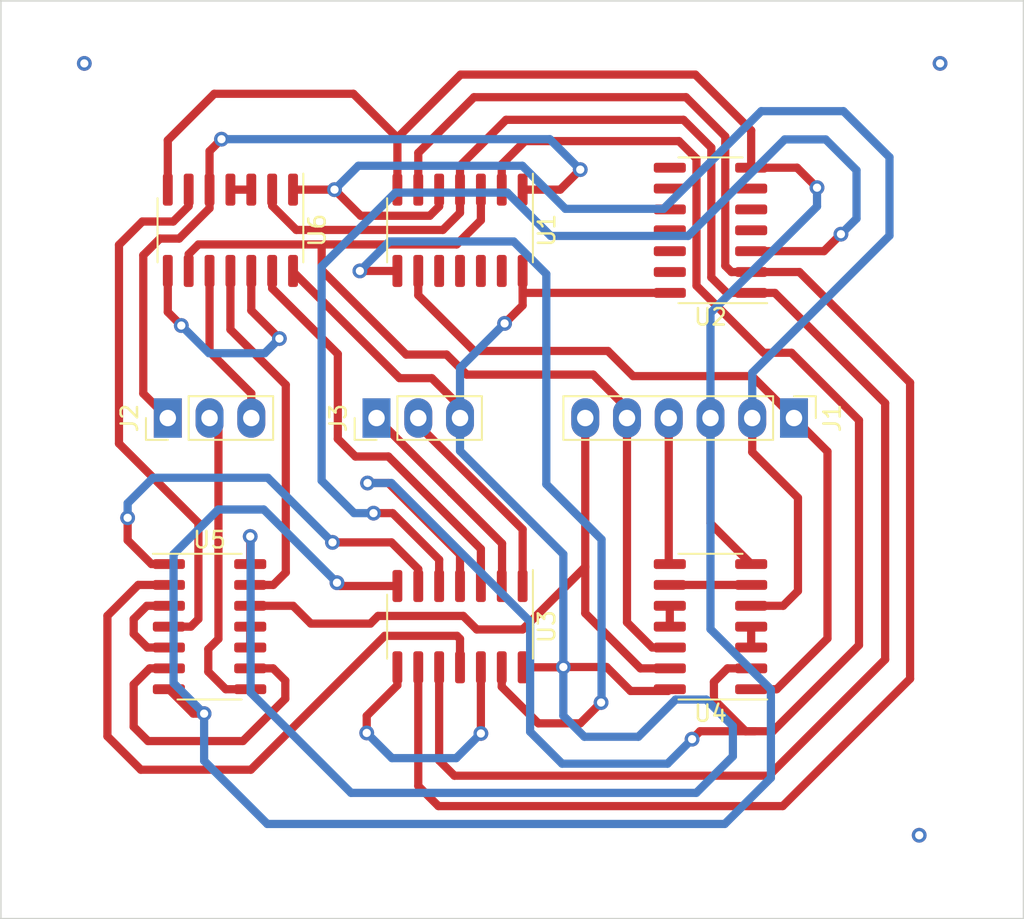
<source format=kicad_pcb>
(kicad_pcb (version 20211014) (generator pcbnew)
  (layers (0 "F.Cu" signal) (31 "B.Cu" signal) (34 "B.Paste" user) (35 "F.Paste" user) (36 "B.SilkS" user "B.Silkscreen") (37 "F.SilkS" user "F.Silkscreen") (38 "B.Mask" user) (39 "F.Mask" user) (44 "Edge.Cuts" user))
  (net 0 "")
  (net 1 "+5V")
  (net 2 "A15")
  (net 3 "A14")
  (net 4 "A13")
  (net 5 "MREQ")
  (net 6 "RD")
  (net 7 "WR")
  (net 8 "ROM_EN")
  (net 9 "HIMEM_ON")
  (net 10 "ROM_CS")
  (net 11 "RAM_CS")
  (net 12 "GND")
  (net 13 "Net-(U1-Pad2)")
  (net 14 "Net-(U1-Pad4)")
  (net 15 "Net-(U1-Pad6)")
  (net 16 "Net-(U1-Pad8)")
  (net 21 "Net-(U2-Pad3)")
  (net 31 "Net-(U3-Pad3)")
  (net 32 "Net-(U3-Pad6)")
  (net 33 "Net-(U3-Pad12)")
  (net 34 "Net-(U3-Pad11)")
  (net 35 "Net-(U4-Pad3)")
  (net 36 "Net-(U4-Pad6)")
  (net 37 "Net-(U4-Pad10)")
  (net 38 "Net-(U5-Pad3)")
  (net 39 "Net-(U5-Pad4)")
  (net 40 "Net-(U5-Pad6)")
  (net 41 "Net-(U5-Pad10)")
  (net 42 "Net-(U5-Pad13)")
  (net 43 "Net-(U6-Pad3)")
  (net 44 "Net-(U6-Pad12)")
  (footprint "Package_SO:SO-14_3.9x8.65mm_P1.27mm" (layer "F.Cu") (at 149.86 55.88 -90)
    (fp_text reference "U1" (at 0 -5.28 90) (layer "F.SilkS"))
    (fp_text value "74LS04")
    (fp_line (start 0 -4.435) (end -3.45 -4.435) (layer "F.SilkS") (width 0.12))
    (fp_line (start 0 4.435) (end 1.95 4.435) (layer "F.SilkS") (width 0.12))
    (fp_line (start 0 -4.435) (end 1.95 -4.435) (layer "F.SilkS") (width 0.12))
    (fp_line (start 0 4.435) (end -1.95 4.435) (layer "F.SilkS") (width 0.12))
    (pad "1" smd roundrect (at -2.475 -3.81 270) (size 1.95 0.6) (layers "F.Cu" "F.Paste" "F.Mask") (net 7 "WR"))
    (pad "2" smd roundrect (at -2.475 -2.54 270) (size 1.95 0.6) (layers "F.Cu" "F.Paste" "F.Mask") (net 13 "Net-(U1-Pad2)"))
    (pad "3" smd roundrect (at -2.475 -1.27 270) (size 1.95 0.6) (layers "F.Cu" "F.Paste" "F.Mask") (net 2 "A15"))
    (pad "4" smd roundrect (at -2.475 0 270) (size 1.95 0.6) (layers "F.Cu" "F.Paste" "F.Mask") (net 14 "Net-(U1-Pad4)"))
    (pad "5" smd roundrect (at -2.475 1.27 270) (size 1.95 0.6) (layers "F.Cu" "F.Paste" "F.Mask") (net 6 "RD"))
    (pad "6" smd roundrect (at -2.475 2.54 270) (size 1.95 0.6) (layers "F.Cu" "F.Paste" "F.Mask") (net 15 "Net-(U1-Pad6)"))
    (pad "7" smd roundrect (at -2.475 3.81 270) (size 1.95 0.6) (layers "F.Cu" "F.Paste" "F.Mask") (net 12 "GND"))
    (pad "8" smd roundrect (at 2.475 3.81 270) (size 1.95 0.6) (layers "F.Cu" "F.Paste" "F.Mask") (net 16 "Net-(U1-Pad8)"))
    (pad "9" smd roundrect (at 2.475 2.54 270) (size 1.95 0.6) (layers "F.Cu" "F.Paste" "F.Mask") (net 8 "ROM_EN"))
    (pad "10" smd roundrect (at 2.475 1.27 270) (size 1.95 0.6) (layers "F.Cu" "F.Paste" "F.Mask"))
    (pad "11" smd roundrect (at 2.475 0 270) (size 1.95 0.6) (layers "F.Cu" "F.Paste" "F.Mask"))
    (pad "12" smd roundrect (at 2.475 -1.27 270) (size 1.95 0.6) (layers "F.Cu" "F.Paste" "F.Mask"))
    (pad "13" smd roundrect (at 2.475 -2.54 270) (size 1.95 0.6) (layers "F.Cu" "F.Paste" "F.Mask"))
    (pad "14" smd roundrect (at 2.475 -3.81 270) (size 1.95 0.6) (layers "F.Cu" "F.Paste" "F.Mask") (net 1 "+5V"))
  )
  (footprint "Package_SO:SO-14_3.9x8.65mm_P1.27mm" (layer "F.Cu") (at 149.86 80.01 -90)
    (fp_text reference "U3" (at 0 -5.28 90) (layer "F.SilkS"))
    (fp_text value "74LS08")
    (fp_line (start 0 4.435) (end 1.95 4.435) (layer "F.SilkS") (width 0.12))
    (fp_line (start 0 -4.435) (end 1.95 -4.435) (layer "F.SilkS") (width 0.12))
    (fp_line (start 0 4.435) (end -1.95 4.435) (layer "F.SilkS") (width 0.12))
    (fp_line (start 0 -4.435) (end -3.45 -4.435) (layer "F.SilkS") (width 0.12))
    (pad "1" smd roundrect (at -2.475 -3.81 270) (size 1.95 0.6) (layers "F.Cu" "F.Paste" "F.Mask") (net 4 "A13"))
    (pad "2" smd roundrect (at -2.475 -2.54 270) (size 1.95 0.6) (layers "F.Cu" "F.Paste" "F.Mask") (net 9 "HIMEM_ON"))
    (pad "3" smd roundrect (at -2.475 -1.27 270) (size 1.95 0.6) (layers "F.Cu" "F.Paste" "F.Mask") (net 31 "Net-(U3-Pad3)"))
    (pad "4" smd roundrect (at -2.475 0 270) (size 1.95 0.6) (layers "F.Cu" "F.Paste" "F.Mask") (net 13 "Net-(U1-Pad2)"))
    (pad "5" smd roundrect (at -2.475 1.27 270) (size 1.95 0.6) (layers "F.Cu" "F.Paste" "F.Mask") (net 21 "Net-(U2-Pad3)"))
    (pad "6" smd roundrect (at -2.475 2.54 270) (size 1.95 0.6) (layers "F.Cu" "F.Paste" "F.Mask") (net 32 "Net-(U3-Pad6)"))
    (pad "7" smd roundrect (at -2.475 3.81 270) (size 1.95 0.6) (layers "F.Cu" "F.Paste" "F.Mask") (net 12 "GND"))
    (pad "8" smd roundrect (at 2.475 3.81 270) (size 1.95 0.6) (layers "F.Cu" "F.Paste" "F.Mask") (net 33 "Net-(U3-Pad12)"))
    (pad "9" smd roundrect (at 2.475 2.54 270) (size 1.95 0.6) (layers "F.Cu" "F.Paste" "F.Mask") (net 15 "Net-(U1-Pad6)"))
    (pad "10" smd roundrect (at 2.475 1.27 270) (size 1.95 0.6) (layers "F.Cu" "F.Paste" "F.Mask") (net 14 "Net-(U1-Pad4)"))
    (pad "11" smd roundrect (at 2.475 0 270) (size 1.95 0.6) (layers "F.Cu" "F.Paste" "F.Mask") (net 34 "Net-(U3-Pad11)"))
    (pad "12" smd roundrect (at 2.475 -1.27 270) (size 1.95 0.6) (layers "F.Cu" "F.Paste" "F.Mask") (net 33 "Net-(U3-Pad12)"))
    (pad "13" smd roundrect (at 2.475 -2.54 270) (size 1.95 0.6) (layers "F.Cu" "F.Paste" "F.Mask") (net 16 "Net-(U1-Pad8)"))
    (pad "14" smd roundrect (at 2.475 -3.81 270) (size 1.95 0.6) (layers "F.Cu" "F.Paste" "F.Mask") (net 1 "+5V"))
  )
  (footprint "Package_SO:SO-14_3.9x8.65mm_P1.27mm" (layer "F.Cu") (at 134.62 80.01)
    (fp_text reference "U5" (at 0 -5.28) (layer "F.SilkS"))
    (fp_text value "74LS32")
    (fp_line (start 0 -4.435) (end -3.45 -4.435) (layer "F.SilkS") (width 0.12))
    (fp_line (start 0 4.435) (end 1.95 4.435) (layer "F.SilkS") (width 0.12))
    (fp_line (start 0 -4.435) (end 1.95 -4.435) (layer "F.SilkS") (width 0.12))
    (fp_line (start 0 4.435) (end -1.95 4.435) (layer "F.SilkS") (width 0.12))
    (pad "1" smd roundrect (at -2.475 -3.81) (size 1.95 0.6) (layers "F.Cu" "F.Paste" "F.Mask") (net 32 "Net-(U3-Pad6)"))
    (pad "2" smd roundrect (at -2.475 -2.54) (size 1.95 0.6) (layers "F.Cu" "F.Paste" "F.Mask") (net 34 "Net-(U3-Pad11)"))
    (pad "3" smd roundrect (at -2.475 -1.27) (size 1.95 0.6) (layers "F.Cu" "F.Paste" "F.Mask") (net 38 "Net-(U5-Pad3)"))
    (pad "4" smd roundrect (at -2.475 0) (size 1.95 0.6) (layers "F.Cu" "F.Paste" "F.Mask") (net 39 "Net-(U5-Pad4)"))
    (pad "5" smd roundrect (at -2.475 1.27) (size 1.95 0.6) (layers "F.Cu" "F.Paste" "F.Mask") (net 38 "Net-(U5-Pad3)"))
    (pad "6" smd roundrect (at -2.475 2.54) (size 1.95 0.6) (layers "F.Cu" "F.Paste" "F.Mask") (net 40 "Net-(U5-Pad6)"))
    (pad "7" smd roundrect (at -2.475 3.81) (size 1.95 0.6) (layers "F.Cu" "F.Paste" "F.Mask") (net 12 "GND"))
    (pad "8" smd roundrect (at 2.475 3.81) (size 1.95 0.6) (layers "F.Cu" "F.Paste" "F.Mask") (net 11 "RAM_CS"))
    (pad "9" smd roundrect (at 2.475 2.54) (size 1.95 0.6) (layers "F.Cu" "F.Paste" "F.Mask") (net 40 "Net-(U5-Pad6)"))
    (pad "10" smd roundrect (at 2.475 1.27) (size 1.95 0.6) (layers "F.Cu" "F.Paste" "F.Mask") (net 41 "Net-(U5-Pad10)"))
    (pad "11" smd roundrect (at 2.475 0) (size 1.95 0.6) (layers "F.Cu" "F.Paste" "F.Mask") (net 41 "Net-(U5-Pad10)"))
    (pad "12" smd roundrect (at 2.475 -1.27) (size 1.95 0.6) (layers "F.Cu" "F.Paste" "F.Mask") (net 5 "MREQ"))
    (pad "13" smd roundrect (at 2.475 -2.54) (size 1.95 0.6) (layers "F.Cu" "F.Paste" "F.Mask") (net 42 "Net-(U5-Pad13)"))
    (pad "14" smd roundrect (at 2.475 -3.81) (size 1.95 0.6) (layers "F.Cu" "F.Paste" "F.Mask") (net 1 "+5V"))
  )
  (footprint "Connector_PinHeader_2.54mm:PinHeader_1x03_P2.54mm_Vertical" (layer "F.Cu") (at 132.08 67.31 90)
    (fp_text reference "J2" (at 0 -2.33 90) (layer "F.SilkS"))
    (fp_text value "Conn_01x03_Male")
    (fp_line (start -1.33 1.27) (end 1.33 1.27) (layer "F.SilkS") (width 0.12))
    (fp_line (start 1.33 1.27) (end 1.33 6.41) (layer "F.SilkS") (width 0.12))
    (fp_line (start -1.33 1.27) (end -1.33 6.41) (layer "F.SilkS") (width 0.12))
    (fp_line (start -1.33 -1.33) (end 0 -1.33) (layer "F.SilkS") (width 0.12))
    (fp_line (start -1.33 6.41) (end 1.33 6.41) (layer "F.SilkS") (width 0.12))
    (fp_line (start -1.33 0) (end -1.33 -1.33) (layer "F.SilkS") (width 0.12))
    (pad "1" thru_hole rect (at 0 0 90) (size 2.4 1.7) (drill 1) (layers *.Cu *.Mask) (net 7 "WR"))
    (pad "2" thru_hole oval (at 0 2.54 90) (size 2.4 1.7) (drill 1) (layers *.Cu *.Mask) (net 11 "RAM_CS"))
    (pad "3" thru_hole oval (at 0 5.08 90) (size 2.4 1.7) (drill 1) (layers *.Cu *.Mask) (net 3 "A14"))
  )
  (footprint "Connector_PinHeader_2.54mm:PinHeader_1x06_P2.54mm_Vertical" (layer "F.Cu") (at 170.18 67.31 -90)
    (fp_text reference "J1" (at 0 -2.33 -90) (layer "F.SilkS"))
    (fp_text value "Conn_01x06_Male")
    (fp_line (start -1.33 14.03) (end 1.33 14.03) (layer "F.SilkS") (width 0.12))
    (fp_line (start 1.33 1.27) (end 1.33 14.03) (layer "F.SilkS") (width 0.12))
    (fp_line (start -1.33 0) (end -1.33 -1.33) (layer "F.SilkS") (width 0.12))
    (fp_line (start -1.33 -1.33) (end 0 -1.33) (layer "F.SilkS") (width 0.12))
    (fp_line (start -1.33 1.27) (end 1.33 1.27) (layer "F.SilkS") (width 0.12))
    (fp_line (start -1.33 1.27) (end -1.33 14.03) (layer "F.SilkS") (width 0.12))
    (pad "1" thru_hole rect (at 0 0 270) (size 2.4 1.7) (drill 1) (layers *.Cu *.Mask) (net 8 "ROM_EN"))
    (pad "2" thru_hole oval (at 0 2.54 270) (size 2.4 1.7) (drill 1) (layers *.Cu *.Mask) (net 6 "RD"))
    (pad "3" thru_hole oval (at 0 5.08 270) (size 2.4 1.7) (drill 1) (layers *.Cu *.Mask) (net 12 "GND"))
    (pad "4" thru_hole oval (at 0 7.62 270) (size 2.4 1.7) (drill 1) (layers *.Cu *.Mask) (net 10 "ROM_CS"))
    (pad "5" thru_hole oval (at 0 10.16 270) (size 2.4 1.7) (drill 1) (layers *.Cu *.Mask) (net 2 "A15"))
    (pad "6" thru_hole oval (at 0 12.7 270) (size 2.4 1.7) (drill 1) (layers *.Cu *.Mask) (net 5 "MREQ"))
  )
  (footprint "Package_SO:SO-14_3.9x8.65mm_P1.27mm" (layer "F.Cu") (at 165.1 80.01 180)
    (fp_text reference "U4" (at 0 -5.28) (layer "F.SilkS"))
    (fp_text value "74LS32")
    (fp_line (start 0 4.435) (end 1.95 4.435) (layer "F.SilkS") (width 0.12))
    (fp_line (start 0 -4.435) (end -3.45 -4.435) (layer "F.SilkS") (width 0.12))
    (fp_line (start 0 -4.435) (end 1.95 -4.435) (layer "F.SilkS") (width 0.12))
    (fp_line (start 0 4.435) (end -1.95 4.435) (layer "F.SilkS") (width 0.12))
    (pad "1" smd roundrect (at -2.475 -3.81 180) (size 1.95 0.6) (layers "F.Cu" "F.Paste" "F.Mask") (net 8 "ROM_EN"))
    (pad "2" smd roundrect (at -2.475 -2.54 180) (size 1.95 0.6) (layers "F.Cu" "F.Paste" "F.Mask") (net 13 "Net-(U1-Pad2)"))
    (pad "3" smd roundrect (at -2.475 -1.27 180) (size 1.95 0.6) (layers "F.Cu" "F.Paste" "F.Mask") (net 35 "Net-(U4-Pad3)"))
    (pad "4" smd roundrect (at -2.475 0 180) (size 1.95 0.6) (layers "F.Cu" "F.Paste" "F.Mask") (net 35 "Net-(U4-Pad3)"))
    (pad "5" smd roundrect (at -2.475 1.27 180) (size 1.95 0.6) (layers "F.Cu" "F.Paste" "F.Mask") (net 6 "RD"))
    (pad "6" smd roundrect (at -2.475 2.54 180) (size 1.95 0.6) (layers "F.Cu" "F.Paste" "F.Mask") (net 36 "Net-(U4-Pad6)"))
    (pad "7" smd roundrect (at -2.475 3.81 180) (size 1.95 0.6) (layers "F.Cu" "F.Paste" "F.Mask") (net 12 "GND"))
    (pad "8" smd roundrect (at 2.475 3.81 180) (size 1.95 0.6) (layers "F.Cu" "F.Paste" "F.Mask") (net 10 "ROM_CS"))
    (pad "9" smd roundrect (at 2.475 2.54 180) (size 1.95 0.6) (layers "F.Cu" "F.Paste" "F.Mask") (net 36 "Net-(U4-Pad6)"))
    (pad "10" smd roundrect (at 2.475 1.27 180) (size 1.95 0.6) (layers "F.Cu" "F.Paste" "F.Mask") (net 37 "Net-(U4-Pad10)"))
    (pad "11" smd roundrect (at 2.475 0 180) (size 1.95 0.6) (layers "F.Cu" "F.Paste" "F.Mask") (net 37 "Net-(U4-Pad10)"))
    (pad "12" smd roundrect (at 2.475 -1.27 180) (size 1.95 0.6) (layers "F.Cu" "F.Paste" "F.Mask") (net 2 "A15"))
    (pad "13" smd roundrect (at 2.475 -2.54 180) (size 1.95 0.6) (layers "F.Cu" "F.Paste" "F.Mask") (net 5 "MREQ"))
    (pad "14" smd roundrect (at 2.475 -3.81 180) (size 1.95 0.6) (layers "F.Cu" "F.Paste" "F.Mask") (net 1 "+5V"))
  )
  (footprint "Package_SO:SO-14_3.9x8.65mm_P1.27mm" (layer "F.Cu") (at 165.1 55.88 180)
    (fp_text reference "U2" (at 0 -5.28) (layer "F.SilkS"))
    (fp_text value "74LS08")
    (fp_line (start 0 4.435) (end -1.95 4.435) (layer "F.SilkS") (width 0.12))
    (fp_line (start 0 4.435) (end 1.95 4.435) (layer "F.SilkS") (width 0.12))
    (fp_line (start 0 -4.435) (end -3.45 -4.435) (layer "F.SilkS") (width 0.12))
    (fp_line (start 0 -4.435) (end 1.95 -4.435) (layer "F.SilkS") (width 0.12))
    (pad "1" smd roundrect (at -2.475 -3.81 180) (size 1.95 0.6) (layers "F.Cu" "F.Paste" "F.Mask") (net 14 "Net-(U1-Pad4)"))
    (pad "2" smd roundrect (at -2.475 -2.54 180) (size 1.95 0.6) (layers "F.Cu" "F.Paste" "F.Mask") (net 15 "Net-(U1-Pad6)"))
    (pad "3" smd roundrect (at -2.475 -1.27 180) (size 1.95 0.6) (layers "F.Cu" "F.Paste" "F.Mask") (net 21 "Net-(U2-Pad3)"))
    (pad "4" smd roundrect (at -2.475 0 180) (size 1.95 0.6) (layers "F.Cu" "F.Paste" "F.Mask"))
    (pad "5" smd roundrect (at -2.475 1.27 180) (size 1.95 0.6) (layers "F.Cu" "F.Paste" "F.Mask"))
    (pad "6" smd roundrect (at -2.475 2.54 180) (size 1.95 0.6) (layers "F.Cu" "F.Paste" "F.Mask"))
    (pad "7" smd roundrect (at -2.475 3.81 180) (size 1.95 0.6) (layers "F.Cu" "F.Paste" "F.Mask") (net 12 "GND"))
    (pad "8" smd roundrect (at 2.475 3.81 180) (size 1.95 0.6) (layers "F.Cu" "F.Paste" "F.Mask"))
    (pad "9" smd roundrect (at 2.475 2.54 180) (size 1.95 0.6) (layers "F.Cu" "F.Paste" "F.Mask"))
    (pad "10" smd roundrect (at 2.475 1.27 180) (size 1.95 0.6) (layers "F.Cu" "F.Paste" "F.Mask"))
    (pad "11" smd roundrect (at 2.475 0 180) (size 1.95 0.6) (layers "F.Cu" "F.Paste" "F.Mask"))
    (pad "12" smd roundrect (at 2.475 -1.27 180) (size 1.95 0.6) (layers "F.Cu" "F.Paste" "F.Mask"))
    (pad "13" smd roundrect (at 2.475 -2.54 180) (size 1.95 0.6) (layers "F.Cu" "F.Paste" "F.Mask"))
    (pad "14" smd roundrect (at 2.475 -3.81 180) (size 1.95 0.6) (layers "F.Cu" "F.Paste" "F.Mask") (net 1 "+5V"))
  )
  (footprint "Package_SO:SO-14_3.9x8.65mm_P1.27mm" (layer "F.Cu") (at 135.89 55.88 -90)
    (fp_text reference "U6" (at 0 -5.28 90) (layer "F.SilkS"))
    (fp_text value "74LS08")
    (fp_line (start 0 4.435) (end -1.95 4.435) (layer "F.SilkS") (width 0.12))
    (fp_line (start 0 -4.435) (end 1.95 -4.435) (layer "F.SilkS") (width 0.12))
    (fp_line (start 0 4.435) (end 1.95 4.435) (layer "F.SilkS") (width 0.12))
    (fp_line (start 0 -4.435) (end -3.45 -4.435) (layer "F.SilkS") (width 0.12))
    (pad "1" smd roundrect (at -2.475 -3.81 270) (size 1.95 0.6) (layers "F.Cu" "F.Paste" "F.Mask") (net 6 "RD"))
    (pad "2" smd roundrect (at -2.475 -2.54 270) (size 1.95 0.6) (layers "F.Cu" "F.Paste" "F.Mask") (net 14 "Net-(U1-Pad4)"))
    (pad "3" smd roundrect (at -2.475 -1.27 270) (size 1.95 0.6) (layers "F.Cu" "F.Paste" "F.Mask") (net 43 "Net-(U6-Pad3)"))
    (pad "4" smd roundrect (at -2.475 0 270) (size 1.95 0.6) (layers "F.Cu" "F.Paste" "F.Mask") (net 43 "Net-(U6-Pad3)"))
    (pad "5" smd roundrect (at -2.475 1.27 270) (size 1.95 0.6) (layers "F.Cu" "F.Paste" "F.Mask") (net 7 "WR"))
    (pad "6" smd roundrect (at -2.475 2.54 270) (size 1.95 0.6) (layers "F.Cu" "F.Paste" "F.Mask") (net 39 "Net-(U5-Pad4)"))
    (pad "7" smd roundrect (at -2.475 3.81 270) (size 1.95 0.6) (layers "F.Cu" "F.Paste" "F.Mask") (net 12 "GND"))
    (pad "8" smd roundrect (at 2.475 3.81 270) (size 1.95 0.6) (layers "F.Cu" "F.Paste" "F.Mask") (net 44 "Net-(U6-Pad12)"))
    (pad "9" smd roundrect (at 2.475 2.54 270) (size 1.95 0.6) (layers "F.Cu" "F.Paste" "F.Mask") (net 2 "A15"))
    (pad "10" smd roundrect (at 2.475 1.27 270) (size 1.95 0.6) (layers "F.Cu" "F.Paste" "F.Mask") (net 3 "A14"))
    (pad "11" smd roundrect (at 2.475 0 270) (size 1.95 0.6) (layers "F.Cu" "F.Paste" "F.Mask") (net 42 "Net-(U5-Pad13)"))
    (pad "12" smd roundrect (at 2.475 -1.27 270) (size 1.95 0.6) (layers "F.Cu" "F.Paste" "F.Mask") (net 44 "Net-(U6-Pad12)"))
    (pad "13" smd roundrect (at 2.475 -2.54 270) (size 1.95 0.6) (layers "F.Cu" "F.Paste" "F.Mask") (net 31 "Net-(U3-Pad3)"))
    (pad "14" smd roundrect (at 2.475 -3.81 270) (size 1.95 0.6) (layers "F.Cu" "F.Paste" "F.Mask") (net 1 "+5V"))
  )
  (footprint "Connector_PinHeader_2.54mm:PinHeader_1x03_P2.54mm_Vertical" (layer "F.Cu") (at 144.78 67.31 90)
    (fp_text reference "J3" (at 0 -2.33 90) (layer "F.SilkS"))
    (fp_text value "Conn_01x03_Male")
    (fp_line (start -1.33 6.41) (end 1.33 6.41) (layer "F.SilkS") (width 0.12))
    (fp_line (start 1.33 1.27) (end 1.33 6.41) (layer "F.SilkS") (width 0.12))
    (fp_line (start -1.33 -1.33) (end 0 -1.33) (layer "F.SilkS") (width 0.12))
    (fp_line (start -1.33 1.27) (end 1.33 1.27) (layer "F.SilkS") (width 0.12))
    (fp_line (start -1.33 0) (end -1.33 -1.33) (layer "F.SilkS") (width 0.12))
    (fp_line (start -1.33 1.27) (end -1.33 6.41) (layer "F.SilkS") (width 0.12))
    (pad "1" thru_hole rect (at 0 0 90) (size 2.4 1.7) (drill 1) (layers *.Cu *.Mask) (net 9 "HIMEM_ON"))
    (pad "2" thru_hole oval (at 0 2.54 90) (size 2.4 1.7) (drill 1) (layers *.Cu *.Mask) (net 4 "A13"))
    (pad "3" thru_hole oval (at 0 5.08 90) (size 2.4 1.7) (drill 1) (layers *.Cu *.Mask) (net 1 "+5V"))
  )
  (gr_rect (start 121.92 41.91) (end 184.15 97.79) (layer "Edge.Cuts") (width 0.1) (fill none))
  (via (at 179.07 45.72) (size 0.9) (drill 0.5) (layers "F.Cu" "B.Cu") (net 0))
  (via locked (at 127 45.72) (size 0.9) (drill 0.5) (layers "F.Cu" "B.Cu") (net 0))
  (via (at 177.8 92.71) (size 0.9) (drill 0.5) (layers "F.Cu" "B.Cu") (net 0))
  (segment (start 148.144374 64.884201) (end 149.86 66.599827) (width 0.5) (layer "F.Cu") (net 1))
  (segment (start 160.237754 83.926959) (end 162.518041 83.926959) (width 0.5) (layer "F.Cu") (net 1))
  (segment (start 156.130359 82.485) (end 153.67 82.485) (width 0.5) (layer "F.Cu") (net 1))
  (segment (start 153.668517 59.656051) (end 153.702466 59.69) (width 0.5) (layer "F.Cu") (net 1))
  (segment (start 153.67 60.452609) (end 153.67 58.355) (width 0.5) (layer "F.Cu") (net 1))
  (segment (start 156.147168 82.468191) (end 156.130359 82.485) (width 0.5) (layer "F.Cu") (net 1))
  (segment (start 162.518041 83.926959) (end 162.625 83.82) (width 0.5) (layer "F.Cu") (net 1))
  (segment (start 152.573334 61.549275) (end 153.67 60.452609) (width 0.5) (layer "F.Cu") (net 1))
  (segment (start 153.702466 59.69) (end 162.625 59.69) (width 0.5) (layer "F.Cu") (net 1))
  (segment (start 153.668517 58.356483) (end 153.668517 59.656051) (width 0.5) (layer "F.Cu") (net 1))
  (segment (start 158.778986 82.468191) (end 160.237754 83.926959) (width 0.5) (layer "F.Cu") (net 1))
  (segment (start 139.7 58.400241) (end 146.18396 64.884201) (width 0.5) (layer "F.Cu") (net 1))
  (segment (start 156.147168 82.468191) (end 158.778986 82.468191) (width 0.5) (layer "F.Cu") (net 1))
  (segment (start 139.7 58.355) (end 139.7 58.400241) (width 0.5) (layer "F.Cu") (net 1))
  (segment (start 149.86 66.599827) (end 149.86 67.31) (width 0.5) (layer "F.Cu") (net 1))
  (segment (start 146.18396 64.884201) (end 148.144374 64.884201) (width 0.5) (layer "F.Cu") (net 1))
  (segment (start 153.67 58.355) (end 153.668517 58.356483) (width 0.5) (layer "F.Cu") (net 1))
  (segment (start 137.095 74.518857) (end 137.095 76.2) (width 0.5) (layer "F.Cu") (net 1))
  (via (at 137.095 74.518857) (size 0.9) (drill 0.5) (layers "F.Cu" "B.Cu") (net 1))
  (via (at 152.573334 61.549275) (size 0.9) (drill 0.5) (layers "F.Cu" "B.Cu") (net 1))
  (via (at 156.147168 82.468191) (size 0.9) (drill 0.5) (layers "F.Cu" "B.Cu") (net 1))
  (segment (start 143.231411 90.129598) (end 137.119705 84.017892) (width 0.5) (layer "B.Cu") (net 1))
  (segment (start 164.844856 84.447721) (end 166.462846 86.065711) (width 0.5) (layer "B.Cu") (net 1))
  (segment (start 157.427406 86.713173) (end 160.712812 86.713173) (width 0.5) (layer "B.Cu") (net 1))
  (segment (start 164.235728 90.129598) (end 143.231411 90.129598) (width 0.5) (layer "B.Cu") (net 1))
  (segment (start 166.462846 87.90248) (end 164.235728 90.129598) (width 0.5) (layer "B.Cu") (net 1))
  (segment (start 162.978264 84.447721) (end 164.844856 84.447721) (width 0.5) (layer "B.Cu") (net 1))
  (segment (start 156.147168 82.468191) (end 156.147168 85.432935) (width 0.5) (layer "B.Cu") (net 1))
  (segment (start 166.462846 86.065711) (end 166.462846 87.90248) (width 0.5) (layer "B.Cu") (net 1))
  (segment (start 156.147168 75.599268) (end 149.86 69.3121) (width 0.5) (layer "B.Cu") (net 1))
  (segment (start 156.147168 85.432935) (end 157.427406 86.713173) (width 0.5) (layer "B.Cu") (net 1))
  (segment (start 152.573334 61.549275) (end 149.86 64.26261) (width 0.5) (layer "B.Cu") (net 1))
  (segment (start 149.86 64.26261) (end 149.86 67.31) (width 0.5) (layer "B.Cu") (net 1))
  (segment (start 149.86 69.3121) (end 149.86 67.31) (width 0.5) (layer "B.Cu") (net 1))
  (segment (start 156.147168 82.468191) (end 156.147168 75.599268) (width 0.5) (layer "B.Cu") (net 1))
  (segment (start 137.119705 84.017892) (end 137.119705 74.543562) (width 0.5) (layer "B.Cu") (net 1))
  (segment (start 160.712812 86.713173) (end 162.978264 84.447721) (width 0.5) (layer "B.Cu") (net 1))
  (segment (start 137.119705 74.543562) (end 137.095 74.518857) (width 0.5) (layer "B.Cu") (net 1))
  (segment (start 160.02 66.721323) (end 157.964925 64.666248) (width 0.5) (layer "F.Cu") (net 2))
  (segment (start 146.58386 63.445807) (end 141.441667 58.303614) (width 0.5) (layer "F.Cu") (net 2))
  (segment (start 151.13 53.405) (end 151.13 55.268939) (width 0.5) (layer "F.Cu") (net 2))
  (segment (start 150.263637 64.666248) (end 149.043196 63.445807) (width 0.5) (layer "F.Cu") (net 2))
  (segment (start 133.943815 56.742815) (end 133.35 57.33663) (width 0.5) (layer "F.Cu") (net 2))
  (segment (start 162.625 81.28) (end 161.552285 81.28) (width 0.5) (layer "F.Cu") (net 2))
  (segment (start 141.441667 58.303614) (end 141.441667 56.813837) (width 0.5) (layer "F.Cu") (net 2))
  (segment (start 151.13 55.268939) (end 149.656124 56.742815) (width 0.5) (layer "F.Cu") (net 2))
  (segment (start 160.02 79.747715) (end 160.02 66.721323) (width 0.5) (layer "F.Cu") (net 2))
  (segment (start 149.656124 56.742815) (end 133.943815 56.742815) (width 0.5) (layer "F.Cu") (net 2))
  (segment (start 149.043196 63.445807) (end 146.58386 63.445807) (width 0.5) (layer "F.Cu") (net 2))
  (segment (start 157.964925 64.666248) (end 150.263637 64.666248) (width 0.5) (layer "F.Cu") (net 2))
  (segment (start 133.35 57.33663) (end 133.35 58.355) (width 0.5) (layer "F.Cu") (net 2))
  (segment (start 161.552285 81.28) (end 160.02 79.747715) (width 0.5) (layer "F.Cu") (net 2))
  (segment (start 134.62 58.355) (end 134.62 63.271754) (width 0.5) (layer "F.Cu") (net 3))
  (segment (start 137.16 65.811754) (end 137.16 67.31) (width 0.5) (layer "F.Cu") (net 3))
  (segment (start 134.62 63.271754) (end 137.16 65.811754) (width 0.5) (layer "F.Cu") (net 3))
  (segment (start 147.32 67.31) (end 147.32 67.735699) (width 0.5) (layer "F.Cu") (net 4))
  (segment (start 147.32 67.735699) (end 153.67 74.085699) (width 0.5) (layer "F.Cu") (net 4))
  (segment (start 153.67 74.085699) (end 153.67 77.535) (width 0.5) (layer "F.Cu") (net 4))
  (segment (start 137.095 78.74) (end 139.7 78.74) (width 0.5) (layer "F.Cu") (net 5))
  (segment (start 157.48 79.19359) (end 160.83641 82.55) (width 0.5) (layer "F.Cu") (net 5))
  (segment (start 150.056514 79.357776) (end 150.879898 80.18116) (width 0.5) (layer "F.Cu") (net 5))
  (segment (start 140.784489 79.824489) (end 144.409285 79.824489) (width 0.5) (layer "F.Cu") (net 5))
  (segment (start 157.48 67.31) (end 157.48 76.372499) (width 0.5) (layer "F.Cu") (net 5))
  (segment (start 157.48 76.372499) (end 157.48 79.19359) (width 0.5) (layer "F.Cu") (net 5))
  (segment (start 139.7 78.74) (end 140.784489 79.824489) (width 0.5) (layer "F.Cu") (net 5))
  (segment (start 153.671339 80.18116) (end 157.48 76.372499) (width 0.5) (layer "F.Cu") (net 5))
  (segment (start 144.875998 79.357776) (end 150.056514 79.357776) (width 0.5) (layer "F.Cu") (net 5))
  (segment (start 150.879898 80.18116) (end 153.671339 80.18116) (width 0.5) (layer "F.Cu") (net 5))
  (segment (start 144.409285 79.824489) (end 144.875998 79.357776) (width 0.5) (layer "F.Cu") (net 5))
  (segment (start 160.83641 82.55) (end 162.625 82.55) (width 0.5) (layer "F.Cu") (net 5))
  (segment (start 148.018988 54.995061) (end 148.59 54.424049) (width 0.5) (layer "F.Cu") (net 6))
  (segment (start 167.64 69.382251) (end 167.64 67.31) (width 0.5) (layer "F.Cu") (net 6))
  (segment (start 148.59 54.424049) (end 148.59 53.405) (width 0.5) (layer "F.Cu") (net 6))
  (segment (start 142.222849 53.405) (end 139.7 53.405) (width 0.5) (layer "F.Cu") (net 6))
  (segment (start 170.422938 72.165189) (end 167.64 69.382251) (width 0.5) (layer "F.Cu") (net 6))
  (segment (start 143.81291 54.995061) (end 148.018988 54.995061) (width 0.5) (layer "F.Cu") (net 6))
  (segment (start 169.520383 78.74) (end 170.422938 77.837445) (width 0.5) (layer "F.Cu") (net 6))
  (segment (start 167.575 78.74) (end 169.520383 78.74) (width 0.5) (layer "F.Cu") (net 6))
  (segment (start 142.222849 53.405) (end 143.81291 54.995061) (width 0.5) (layer "F.Cu") (net 6))
  (segment (start 170.422938 77.837445) (end 170.422938 72.165189) (width 0.5) (layer "F.Cu") (net 6))
  (via (at 142.222849 53.405) (size 0.9) (drill 0.5) (layers "F.Cu" "B.Cu") (net 6))
  (segment (start 173.190467 48.627833) (end 175.992296 51.429662) (width 0.5) (layer "B.Cu") (net 6))
  (segment (start 156.274278 54.573018) (end 162.244604 54.573018) (width 0.5) (layer "B.Cu") (net 6))
  (segment (start 167.64 64.555974) (end 167.64 67.31) (width 0.5) (layer "B.Cu") (net 6))
  (segment (start 153.653478 51.952218) (end 156.274278 54.573018) (width 0.5) (layer "B.Cu") (net 6))
  (segment (start 142.222849 53.405) (end 143.675631 51.952218) (width 0.5) (layer "B.Cu") (net 6))
  (segment (start 175.992296 51.429662) (end 175.992296 56.203678) (width 0.5) (layer "B.Cu") (net 6))
  (segment (start 168.189789 48.627833) (end 173.190467 48.627833) (width 0.5) (layer "B.Cu") (net 6))
  (segment (start 175.992296 56.203678) (end 167.64 64.555974) (width 0.5) (layer "B.Cu") (net 6))
  (segment (start 143.675631 51.952218) (end 153.653478 51.952218) (width 0.5) (layer "B.Cu") (net 6))
  (segment (start 162.244604 54.573018) (end 168.189789 48.627833) (width 0.5) (layer "B.Cu") (net 6))
  (segment (start 132.770794 56.385224) (end 131.601231 56.385224) (width 0.5) (layer "F.Cu") (net 7))
  (segment (start 130.588056 57.398399) (end 130.588056 65.818056) (width 0.5) (layer "F.Cu") (net 7))
  (segment (start 157.176004 52.18623) (end 155.957234 53.405) (width 0.5) (layer "F.Cu") (net 7))
  (segment (start 134.62 54.536018) (end 132.770794 56.385224) (width 0.5) (layer "F.Cu") (net 7))
  (segment (start 134.62 53.405) (end 134.62 51.060657) (width 0.5) (layer "F.Cu") (net 7))
  (segment (start 155.957234 53.405) (end 153.67 53.405) (width 0.5) (layer "F.Cu") (net 7))
  (segment (start 130.588056 65.818056) (end 132.08 67.31) (width 0.5) (layer "F.Cu") (net 7))
  (segment (start 134.62 53.405) (end 134.62 54.536018) (width 0.5) (layer "F.Cu") (net 7))
  (segment (start 131.601231 56.385224) (end 130.588056 57.398399) (width 0.5) (layer "F.Cu") (net 7))
  (segment (start 134.62 51.060657) (end 135.347449 50.333208) (width 0.5) (layer "F.Cu") (net 7))
  (via (at 157.176004 52.18623) (size 0.9) (drill 0.5) (layers "F.Cu" "B.Cu") (net 7))
  (via (at 135.347449 50.333208) (size 0.9) (drill 0.5) (layers "F.Cu" "B.Cu") (net 7))
  (segment (start 157.176004 52.18623) (end 155.322983 50.333208) (width 0.5) (layer "B.Cu") (net 7))
  (segment (start 155.322983 50.333208) (end 135.347449 50.333208) (width 0.5) (layer "B.Cu") (net 7))
  (segment (start 160.390329 64.758077) (end 167.628077 64.758077) (width 0.5) (layer "F.Cu") (net 8))
  (segment (start 167.575 83.82) (end 169.12743 83.82) (width 0.5) (layer "F.Cu") (net 8))
  (segment (start 147.32 58.355) (end 147.32 59.832609) (width 0.5) (layer "F.Cu") (net 8))
  (segment (start 150.712735 63.225344) (end 158.857596 63.225344) (width 0.5) (layer "F.Cu") (net 8))
  (segment (start 167.628077 64.758077) (end 170.18 67.31) (width 0.5) (layer "F.Cu") (net 8))
  (segment (start 147.32 59.832609) (end 150.712735 63.225344) (width 0.5) (layer "F.Cu") (net 8))
  (segment (start 169.12743 83.82) (end 172.2194 80.72803) (width 0.5) (layer "F.Cu") (net 8))
  (segment (start 158.857596 63.225344) (end 160.390329 64.758077) (width 0.5) (layer "F.Cu") (net 8))
  (segment (start 172.2194 80.72803) (end 172.2194 69.3494) (width 0.5) (layer "F.Cu") (net 8))
  (segment (start 172.2194 69.3494) (end 170.18 67.31) (width 0.5) (layer "F.Cu") (net 8))
  (segment (start 152.418088 77.516912) (end 152.4 77.535) (width 0.5) (layer "F.Cu") (net 9))
  (segment (start 149.31763 71.84763) (end 149.31763 71.849694) (width 0.5) (layer "F.Cu") (net 9))
  (segment (start 152.418088 74.950152) (end 152.418088 77.516912) (width 0.5) (layer "F.Cu") (net 9))
  (segment (start 144.78 67.31) (end 149.31763 71.84763) (width 0.5) (layer "F.Cu") (net 9))
  (segment (start 149.31763 71.849694) (end 152.418088 74.950152) (width 0.5) (layer "F.Cu") (net 9))
  (segment (start 162.625 76.2) (end 162.56 76.135) (width 0.5) (layer "F.Cu") (net 10))
  (segment (start 162.56 76.135) (end 162.56 67.31) (width 0.5) (layer "F.Cu") (net 10))
  (segment (start 134.543377 82.754328) (end 135.609049 83.82) (width 0.5) (layer "F.Cu") (net 11))
  (segment (start 134.543377 81.375116) (end 134.543377 82.754328) (width 0.5) (layer "F.Cu") (net 11))
  (segment (start 134.62 67.31) (end 135.161857 67.851857) (width 0.5) (layer "F.Cu") (net 11))
  (segment (start 135.609049 83.82) (end 137.095 83.82) (width 0.5) (layer "F.Cu") (net 11))
  (segment (start 135.161857 80.756636) (end 134.543377 81.375116) (width 0.5) (layer "F.Cu") (net 11))
  (segment (start 135.161857 67.851857) (end 135.161857 80.756636) (width 0.5) (layer "F.Cu") (net 11))
  (segment (start 134.289585 85.305556) (end 133.630556 85.305556) (width 0.5) (layer "F.Cu") (net 12))
  (segment (start 132.08 50.39668) (end 134.907781 47.568899) (width 0.5) (layer "F.Cu") (net 12))
  (segment (start 171.582614 53.28446) (end 170.368154 52.07) (width 0.5) (layer "F.Cu") (net 12))
  (segment (start 134.907781 47.568899) (end 143.371514 47.568899) (width 0.5) (layer "F.Cu") (net 12))
  (segment (start 167.575 49.797927) (end 167.575 52.07) (width 0.5) (layer "F.Cu") (net 12))
  (segment (start 165.1 67.31) (end 165.1 73.725) (width 0.5) (layer "F.Cu") (net 12))
  (segment (start 132.08 53.405) (end 132.08 50.39668) (width 0.5) (layer "F.Cu") (net 12))
  (segment (start 143.371514 47.568899) (end 146.05 50.247385) (width 0.5) (layer "F.Cu") (net 12))
  (segment (start 165.1 73.725) (end 167.575 76.2) (width 0.5) (layer "F.Cu") (net 12))
  (segment (start 170.368154 52.07) (end 167.575 52.07) (width 0.5) (layer "F.Cu") (net 12))
  (segment (start 146.05 53.405) (end 146.05 50.247385) (width 0.5) (layer "F.Cu") (net 12))
  (segment (start 142.5746 77.535) (end 146.05 77.535) (width 0.5) (layer "F.Cu") (net 12))
  (segment (start 149.896472 46.400913) (end 164.177986 46.400913) (width 0.5) (layer "F.Cu") (net 12))
  (segment (start 146.05 50.247385) (end 149.896472 46.400913) (width 0.5) (layer "F.Cu") (net 12))
  (segment (start 164.177986 46.400913) (end 167.575 49.797927) (width 0.5) (layer "F.Cu") (net 12))
  (segment (start 142.374149 77.334549) (end 142.5746 77.535) (width 0.5) (layer "F.Cu") (net 12))
  (segment (start 133.630556 85.305556) (end 132.145 83.82) (width 0.5) (layer "F.Cu") (net 12))
  (via (at 171.582614 53.28446) (size 0.9) (drill 0.5) (layers "F.Cu" "B.Cu") (net 12))
  (via (at 134.289585 85.305556) (size 0.9) (drill 0.5) (layers "F.Cu" "B.Cu") (net 12))
  (via (at 142.374149 77.334549) (size 0.9) (drill 0.5) (layers "F.Cu" "B.Cu") (net 12))
  (segment (start 134.289585 85.305556) (end 134.289585 88.175491) (width 0.5) (layer "B.Cu") (net 12))
  (segment (start 165.1 80.159789) (end 165.1 67.31) (width 0.5) (layer "B.Cu") (net 12))
  (segment (start 137.918041 72.878441) (end 135.150248 72.878441) (width 0.5) (layer "B.Cu") (net 12))
  (segment (start 132.431424 75.597265) (end 132.431424 83.447395) (width 0.5) (layer "B.Cu") (net 12))
  (segment (start 168.775961 89.214186) (end 168.775961 83.83575) (width 0.5) (layer "B.Cu") (net 12))
  (segment (start 165.967565 92.022582) (end 168.775961 89.214186) (width 0.5) (layer "B.Cu") (net 12))
  (segment (start 134.289585 88.175491) (end 138.136676 92.022582) (width 0.5) (layer "B.Cu") (net 12))
  (segment (start 142.374149 77.334549) (end 137.918041 72.878441) (width 0.5) (layer "B.Cu") (net 12))
  (segment (start 171.582614 53.28446) (end 171.582614 54.427432) (width 0.5) (layer "B.Cu") (net 12))
  (segment (start 135.150248 72.878441) (end 132.431424 75.597265) (width 0.5) (layer "B.Cu") (net 12))
  (segment (start 138.136676 92.022582) (end 165.967565 92.022582) (width 0.5) (layer "B.Cu") (net 12))
  (segment (start 132.431424 83.447395) (end 134.289585 85.305556) (width 0.5) (layer "B.Cu") (net 12))
  (segment (start 171.582614 54.427432) (end 165.1 60.910046) (width 0.5) (layer "B.Cu") (net 12))
  (segment (start 168.775961 83.83575) (end 165.1 80.159789) (width 0.5) (layer "B.Cu") (net 12))
  (segment (start 165.1 60.910046) (end 165.1 67.31) (width 0.5) (layer "B.Cu") (net 12))
  (segment (start 167.233028 86.37697) (end 165.309234 84.453176) (width 0.5) (layer "F.Cu") (net 13))
  (segment (start 153.816136 50.45026) (end 163.181366 50.45026) (width 0.5) (layer "F.Cu") (net 13))
  (segment (start 145.504057 71.266262) (end 149.86 75.622205) (width 0.5) (layer "F.Cu") (net 13))
  (segment (start 174.135705 81.136156) (end 168.894891 86.37697) (width 0.5) (layer "F.Cu") (net 13))
  (segment (start 170.027354 63.336816) (end 174.135705 67.445167) (width 0.5) (layer "F.Cu") (net 13))
  (segment (start 168.894891 86.37697) (end 167.233028 86.37697) (width 0.5) (layer "F.Cu") (net 13))
  (segment (start 163.980641 86.86044) (end 164.464416 86.376665) (width 0.5) (layer "F.Cu") (net 13))
  (segment (start 163.181366 50.45026) (end 164.248281 51.517175) (width 0.5) (layer "F.Cu") (net 13))
  (segment (start 168.330592 63.336816) (end 170.027354 63.336816) (width 0.5) (layer "F.Cu") (net 13))
  (segment (start 164.248281 51.517175) (end 164.248281 59.254505) (width 0.5) (layer "F.Cu") (net 13))
  (segment (start 164.464416 86.376665) (end 167.804562 86.376665) (width 0.5) (layer "F.Cu") (net 13))
  (segment (start 165.309234 83.375403) (end 166.134637 82.55) (width 0.5) (layer "F.Cu") (net 13))
  (segment (start 144.23344 71.266262) (end 145.504057 71.266262) (width 0.5) (layer "F.Cu") (net 13))
  (segment (start 165.309234 84.453176) (end 165.309234 83.375403) (width 0.5) (layer "F.Cu") (net 13))
  (segment (start 152.4 51.866396) (end 153.816136 50.45026) (width 0.5) (layer "F.Cu") (net 13))
  (segment (start 149.86 75.622205) (end 149.86 77.535) (width 0.5) (layer "F.Cu") (net 13))
  (segment (start 164.248281 59.254505) (end 168.330592 63.336816) (width 0.5) (layer "F.Cu") (net 13))
  (segment (start 166.134637 82.55) (end 167.575 82.55) (width 0.5) (layer "F.Cu") (net 13))
  (segment (start 152.4 53.405) (end 152.4 51.866396) (width 0.5) (layer "F.Cu") (net 13))
  (segment (start 174.135705 67.445167) (end 174.135705 81.136156) (width 0.5) (layer "F.Cu") (net 13))
  (via (at 163.980641 86.86044) (size 0.9) (drill 0.5) (layers "F.Cu" "B.Cu") (net 13))
  (via (at 144.23344 71.266262) (size 0.9) (drill 0.5) (layers "F.Cu" "B.Cu") (net 13))
  (segment (start 163.980641 86.86044) (end 162.488813 88.352268) (width 0.5) (layer "B.Cu") (net 13))
  (segment (start 162.488813 88.352268) (end 156.07197 88.352268) (width 0.5) (layer "B.Cu") (net 13))
  (segment (start 145.687231 71.266262) (end 144.23344 71.266262) (width 0.5) (layer "B.Cu") (net 13))
  (segment (start 156.07197 88.352268) (end 154.124981 86.405279) (width 0.5) (layer "B.Cu") (net 13))
  (segment (start 154.124981 79.704012) (end 145.687231 71.266262) (width 0.5) (layer "B.Cu") (net 13))
  (segment (start 154.124981 86.405279) (end 154.124981 79.704012) (width 0.5) (layer "B.Cu") (net 13))
  (segment (start 167.575 59.69) (end 169.015196 59.69) (width 0.5) (layer "F.Cu") (net 14))
  (segment (start 148.59 88.156192) (end 148.59 82.485) (width 0.5) (layer "F.Cu") (net 14))
  (segment (start 149.51854 89.084732) (end 148.59 88.156192) (width 0.5) (layer "F.Cu") (net 14))
  (segment (start 165.150209 50.847436) (end 165.150209 58.747911) (width 0.5) (layer "F.Cu") (net 14))
  (segment (start 149.86 53.405) (end 149.86 51.954356) (width 0.5) (layer "F.Cu") (net 14))
  (segment (start 138.43 54.3882) (end 139.899676 55.857876) (width 0.5) (layer "F.Cu") (net 14))
  (segment (start 175.727798 82.004981) (end 168.648047 89.084732) (width 0.5) (layer "F.Cu") (net 14))
  (segment (start 169.015196 59.69) (end 175.727798 66.402602) (width 0.5) (layer "F.Cu") (net 14))
  (segment (start 166.092298 59.69) (end 167.575 59.69) (width 0.5) (layer "F.Cu") (net 14))
  (segment (start 165.150209 58.747911) (end 166.092298 59.69) (width 0.5) (layer "F.Cu") (net 14))
  (segment (start 139.899676 55.857876) (end 148.815433 55.857876) (width 0.5) (layer "F.Cu") (net 14))
  (segment (start 148.815433 55.857876) (end 149.86 54.813309) (width 0.5) (layer "F.Cu") (net 14))
  (segment (start 149.86 54.813309) (end 149.86 53.405) (width 0.5) (layer "F.Cu") (net 14))
  (segment (start 163.457242 49.154469) (end 165.150209 50.847436) (width 0.5) (layer "F.Cu") (net 14))
  (segment (start 175.727798 66.402602) (end 175.727798 82.004981) (width 0.5) (layer "F.Cu") (net 14))
  (segment (start 138.43 53.405) (end 138.43 54.3882) (width 0.5) (layer "F.Cu") (net 14))
  (segment (start 152.659887 49.154469) (end 163.457242 49.154469) (width 0.5) (layer "F.Cu") (net 14))
  (segment (start 168.648047 89.084732) (end 149.51854 89.084732) (width 0.5) (layer "F.Cu") (net 14))
  (segment (start 149.86 51.954356) (end 152.659887 49.154469) (width 0.5) (layer "F.Cu") (net 14))
  (segment (start 148.546351 90.935129) (end 169.492845 90.935129) (width 0.5) (layer "F.Cu") (net 15))
  (segment (start 147.32 82.485) (end 147.32 89.708778) (width 0.5) (layer "F.Cu") (net 15))
  (segment (start 165.999778 58.040603) (end 166.379175 58.42) (width 0.5) (layer "F.Cu") (net 15))
  (segment (start 147.32 53.405) (end 147.32 51.167947) (width 0.5) (layer "F.Cu") (net 15))
  (segment (start 170.509001 58.42) (end 167.575 58.42) (width 0.5) (layer "F.Cu") (net 15))
  (segment (start 147.32 89.708778) (end 148.546351 90.935129) (width 0.5) (layer "F.Cu") (net 15))
  (segment (start 169.492845 90.935129) (end 177.244092 83.183882) (width 0.5) (layer "F.Cu") (net 15))
  (segment (start 163.608513 47.777691) (end 165.999778 50.168956) (width 0.5) (layer "F.Cu") (net 15))
  (segment (start 177.244092 83.183882) (end 177.244092 65.155091) (width 0.5) (layer "F.Cu") (net 15))
  (segment (start 165.999778 50.168956) (end 165.999778 58.040603) (width 0.5) (layer "F.Cu") (net 15))
  (segment (start 177.244092 65.155091) (end 170.509001 58.42) (width 0.5) (layer "F.Cu") (net 15))
  (segment (start 166.379175 58.42) (end 167.575 58.42) (width 0.5) (layer "F.Cu") (net 15))
  (segment (start 150.710256 47.777691) (end 163.608513 47.777691) (width 0.5) (layer "F.Cu") (net 15))
  (segment (start 147.32 51.167947) (end 150.710256 47.777691) (width 0.5) (layer "F.Cu") (net 15))
  (segment (start 154.625398 85.896347) (end 152.4 83.670949) (width 0.5) (layer "F.Cu") (net 16))
  (segment (start 157.176586 85.896347) (end 154.625398 85.896347) (width 0.5) (layer "F.Cu") (net 16))
  (segment (start 143.767711 58.355) (end 146.05 58.355) (width 0.5) (layer "F.Cu") (net 16))
  (segment (start 158.443498 84.629435) (end 157.176586 85.896347) (width 0.5) (layer "F.Cu") (net 16))
  (segment (start 152.4 83.670949) (end 152.4 82.485) (width 0.5) (layer "F.Cu") (net 16))
  (via (at 143.767711 58.355) (size 0.9) (drill 0.5) (layers "F.Cu" "B.Cu") (net 16))
  (via (at 158.443498 84.629435) (size 0.9) (drill 0.5) (layers "F.Cu" "B.Cu") (net 16))
  (segment (start 155.110878 71.336704) (end 158.471806 74.697632) (width 0.5) (layer "B.Cu") (net 16))
  (segment (start 155.110878 58.544988) (end 155.110878 71.336704) (width 0.5) (layer "B.Cu") (net 16))
  (segment (start 143.767711 58.355) (end 145.561388 56.561323) (width 0.5) (layer "B.Cu") (net 16))
  (segment (start 153.127213 56.561323) (end 155.110878 58.544988) (width 0.5) (layer "B.Cu") (net 16))
  (segment (start 158.471806 74.697632) (end 158.471806 84.601127) (width 0.5) (layer "B.Cu") (net 16))
  (segment (start 145.561388 56.561323) (end 153.127213 56.561323) (width 0.5) (layer "B.Cu") (net 16))
  (segment (start 158.471806 84.601127) (end 158.443498 84.629435) (width 0.5) (layer "B.Cu") (net 16))
  (segment (start 148.59 75.931229) (end 145.75943 73.100659) (width 0.5) (layer "F.Cu") (net 21))
  (segment (start 172.003221 57.15) (end 167.575 57.15) (width 0.5) (layer "F.Cu") (net 21))
  (segment (start 173.037431 56.11579) (end 172.003221 57.15) (width 0.5) (layer "F.Cu") (net 21))
  (segment (start 148.59 77.535) (end 148.59 75.931229) (width 0.5) (layer "F.Cu") (net 21))
  (segment (start 145.75943 73.100659) (end 144.596149 73.100659) (width 0.5) (layer "F.Cu") (net 21))
  (via (at 173.037431 56.11579) (size 0.9) (drill 0.5) (layers "F.Cu" "B.Cu") (net 21))
  (via (at 144.596149 73.100659) (size 0.9) (drill 0.5) (layers "F.Cu" "B.Cu") (net 21))
  (segment (start 173.037431 56.11579) (end 173.986441 55.16678) (width 0.5) (layer "B.Cu") (net 21))
  (segment (start 173.986441 52.225636) (end 172.107942 50.347137) (width 0.5) (layer "B.Cu") (net 21))
  (segment (start 152.737398 53.585825) (end 145.931417 53.585825) (width 0.5) (layer "B.Cu") (net 21))
  (segment (start 141.43924 71.120244) (end 143.419655 73.100659) (width 0.5) (layer "B.Cu") (net 21))
  (segment (start 169.619192 50.347137) (end 163.743515 56.222814) (width 0.5) (layer "B.Cu") (net 21))
  (segment (start 163.743515 56.222814) (end 155.374387 56.222814) (width 0.5) (layer "B.Cu") (net 21))
  (segment (start 145.931417 53.585825) (end 141.43924 58.078002) (width 0.5) (layer "B.Cu") (net 21))
  (segment (start 173.986441 55.16678) (end 173.986441 52.225636) (width 0.5) (layer "B.Cu") (net 21))
  (segment (start 155.374387 56.222814) (end 152.737398 53.585825) (width 0.5) (layer "B.Cu") (net 21))
  (segment (start 141.43924 58.078002) (end 141.43924 71.120244) (width 0.5) (layer "B.Cu") (net 21))
  (segment (start 143.419655 73.100659) (end 144.596149 73.100659) (width 0.5) (layer "B.Cu") (net 21))
  (segment (start 172.107942 50.347137) (end 169.619192 50.347137) (width 0.5) (layer "B.Cu") (net 21))
  (segment (start 138.43 58.355) (end 138.43 59.416231) (width 0.5) (layer "F.Cu") (net 31))
  (segment (start 142.425632 68.580325) (end 143.496428 69.651121) (width 0.5) (layer "F.Cu") (net 31))
  (segment (start 151.13 75.279586) (end 151.13 77.535) (width 0.5) (layer "F.Cu") (net 31))
  (segment (start 145.501535 69.651121) (end 151.13 75.279586) (width 0.5) (layer "F.Cu") (net 31))
  (segment (start 138.43 59.416231) (end 142.425632 63.411863) (width 0.5) (layer "F.Cu") (net 31))
  (segment (start 142.425632 63.411863) (end 142.425632 68.580325) (width 0.5) (layer "F.Cu") (net 31))
  (segment (start 143.496428 69.651121) (end 145.501535 69.651121) (width 0.5) (layer "F.Cu") (net 31))
  (segment (start 129.636212 74.749397) (end 131.086815 76.2) (width 0.5) (layer "F.Cu") (net 32))
  (segment (start 145.692029 74.881053) (end 147.32 76.509024) (width 0.5) (layer "F.Cu") (net 32))
  (segment (start 142.100368 74.881053) (end 145.692029 74.881053) (width 0.5) (layer "F.Cu") (net 32))
  (segment (start 131.086815 76.2) (end 132.145 76.2) (width 0.5) (layer "F.Cu") (net 32))
  (segment (start 147.32 76.509024) (end 147.32 77.535) (width 0.5) (layer "F.Cu") (net 32))
  (segment (start 129.636212 73.381725) (end 129.636212 74.749397) (width 0.5) (layer "F.Cu") (net 32))
  (via (at 129.636212 73.381725) (size 0.9) (drill 0.5) (layers "F.Cu" "B.Cu") (net 32))
  (via (at 142.100368 74.881053) (size 0.9) (drill 0.5) (layers "F.Cu" "B.Cu") (net 32))
  (segment (start 131.18611 70.945607) (end 138.164922 70.945607) (width 0.5) (layer "B.Cu") (net 32))
  (segment (start 138.164922 70.945607) (end 142.100368 74.881053) (width 0.5) (layer "B.Cu") (net 32))
  (segment (start 129.636212 72.495505) (end 131.18611 70.945607) (width 0.5) (layer "B.Cu") (net 32))
  (segment (start 129.636212 73.381725) (end 129.636212 72.495505) (width 0.5) (layer "B.Cu") (net 32))
  (segment (start 151.13 86.513302) (end 151.13 82.485) (width 0.5) (layer "F.Cu") (net 33))
  (segment (start 146.05 83.575286) (end 146.05 82.485) (width 0.5) (layer "F.Cu") (net 33))
  (segment (start 144.183402 86.480412) (end 144.183402 85.441884) (width 0.5) (layer "F.Cu") (net 33))
  (segment (start 144.183402 85.441884) (end 146.05 83.575286) (width 0.5) (layer "F.Cu") (net 33))
  (via (at 151.13 86.513302) (size 0.9) (drill 0.5) (layers "F.Cu" "B.Cu") (net 33))
  (via (at 144.183402 86.480412) (size 0.9) (drill 0.5) (layers "F.Cu" "B.Cu") (net 33))
  (segment (start 144.183402 86.480412) (end 145.717559 88.014569) (width 0.5) (layer "B.Cu") (net 33))
  (segment (start 145.717559 88.014569) (end 149.628733 88.014569) (width 0.5) (layer "B.Cu") (net 33))
  (segment (start 149.628733 88.014569) (end 151.13 86.513302) (width 0.5) (layer "B.Cu") (net 33))
  (segment (start 149.86 82.485) (end 149.86 80.753572) (width 0.5) (layer "F.Cu") (net 34))
  (segment (start 137.133319 88.719582) (end 130.439726 88.719582) (width 0.5) (layer "F.Cu") (net 34))
  (segment (start 149.675476 80.569048) (end 145.283853 80.569048) (width 0.5) (layer "F.Cu") (net 34))
  (segment (start 149.86 80.753572) (end 149.675476 80.569048) (width 0.5) (layer "F.Cu") (net 34))
  (segment (start 145.283853 80.569048) (end 137.133319 88.719582) (width 0.5) (layer "F.Cu") (net 34))
  (segment (start 130.439726 88.719582) (end 128.405838 86.685694) (width 0.5) (layer "F.Cu") (net 34))
  (segment (start 128.405838 79.34917) (end 130.285008 77.47) (width 0.5) (layer "F.Cu") (net 34))
  (segment (start 128.405838 86.685694) (end 128.405838 79.34917) (width 0.5) (layer "F.Cu") (net 34))
  (segment (start 130.285008 77.47) (end 132.145 77.47) (width 0.5) (layer "F.Cu") (net 34))
  (segment (start 167.575 80.01) (end 167.575 81.28) (width 0.5) (layer "F.Cu") (net 35))
  (segment (start 162.625 77.47) (end 167.575 77.47) (width 0.5) (layer "F.Cu") (net 36))
  (segment (start 162.625 79.945) (end 162.56 80.01) (width 0.5) (layer "F.Cu") (net 37))
  (segment (start 162.625 78.74) (end 162.625 79.945) (width 0.5) (layer "F.Cu") (net 37))
  (segment (start 130.005163 80.449351) (end 130.835812 81.28) (width 0.5) (layer "F.Cu") (net 38))
  (segment (start 130.005163 79.544837) (end 130.005163 80.449351) (width 0.5) (layer "F.Cu") (net 38))
  (segment (start 130.81 78.74) (end 130.005163 79.544837) (width 0.5) (layer "F.Cu") (net 38))
  (segment (start 132.145 78.74) (end 130.81 78.74) (width 0.5) (layer "F.Cu") (net 38))
  (segment (start 130.835812 81.28) (end 132.08 81.28) (width 0.5) (layer "F.Cu") (net 38))
  (segment (start 129.109459 68.861278) (end 133.942678 73.694497) (width 0.5) (layer "F.Cu") (net 39))
  (segment (start 133.942678 79.546737) (end 133.479415 80.01) (width 0.5) (layer "F.Cu") (net 39))
  (segment (start 129.109459 56.767293) (end 129.109459 68.861278) (width 0.5) (layer "F.Cu") (net 39))
  (segment (start 133.942678 73.694497) (end 133.942678 79.546737) (width 0.5) (layer "F.Cu") (net 39))
  (segment (start 132.412184 55.345914) (end 130.530838 55.345914) (width 0.5) (layer "F.Cu") (net 39))
  (segment (start 133.35 54.408098) (end 132.412184 55.345914) (width 0.5) (layer "F.Cu") (net 39))
  (segment (start 130.530838 55.345914) (end 129.109459 56.767293) (width 0.5) (layer "F.Cu") (net 39))
  (segment (start 133.479415 80.01) (end 132.145 80.01) (width 0.5) (layer "F.Cu") (net 39))
  (segment (start 133.35 53.405) (end 133.35 54.408098) (width 0.5) (layer "F.Cu") (net 39))
  (segment (start 130.003893 83.525904) (end 130.003893 86.104584) (width 0.5) (layer "F.Cu") (net 40))
  (segment (start 136.650348 86.97625) (end 139.229027 84.397571) (width 0.5) (layer "F.Cu") (net 40))
  (segment (start 138.48703 82.55) (end 137.095 82.55) (width 0.5) (layer "F.Cu") (net 40))
  (segment (start 132.145 82.55) (end 130.979797 82.55) (width 0.5) (layer "F.Cu") (net 40))
  (segment (start 130.875559 86.97625) (end 136.650348 86.97625) (width 0.5) (layer "F.Cu") (net 40))
  (segment (start 130.979797 82.55) (end 130.003893 83.525904) (width 0.5) (layer "F.Cu") (net 40))
  (segment (start 139.229027 83.291997) (end 138.48703 82.55) (width 0.5) (layer "F.Cu") (net 40))
  (segment (start 130.003893 86.104584) (end 130.875559 86.97625) (width 0.5) (layer "F.Cu") (net 40))
  (segment (start 139.229027 84.397571) (end 139.229027 83.291997) (width 0.5) (layer "F.Cu") (net 40))
  (segment (start 137.095 80.01) (end 137.095 81.28) (width 0.5) (layer "F.Cu") (net 41))
  (segment (start 137.095 77.47) (end 138.499524 77.47) (width 0.5) (layer "F.Cu") (net 42))
  (segment (start 135.89 61.921397) (end 135.89 58.355) (width 0.5) (layer "F.Cu") (net 42))
  (segment (start 138.499524 77.47) (end 139.259367 76.710157) (width 0.5) (layer "F.Cu") (net 42))
  (segment (start 139.259367 76.710157) (end 139.259367 65.290764) (width 0.5) (layer "F.Cu") (net 42))
  (segment (start 139.259367 65.290764) (end 135.89 61.921397) (width 0.5) (layer "F.Cu") (net 42))
  (segment (start 135.89 53.405) (end 137.16 53.405) (width 0.5) (layer "F.Cu") (net 43))
  (segment (start 137.16 60.762884) (end 137.16 58.355) (width 0.5) (layer "F.Cu") (net 44))
  (segment (start 132.08 60.856488) (end 132.08 58.355) (width 0.5) (layer "F.Cu") (net 44))
  (segment (start 138.869444 62.472328) (end 137.16 60.762884) (width 0.5) (layer "F.Cu") (net 44))
  (segment (start 132.901699 61.678187) (end 132.08 60.856488) (width 0.5) (layer "F.Cu") (net 44))
  (via (at 138.869444 62.472328) (size 0.9) (drill 0.5) (layers "F.Cu" "B.Cu") (net 44))
  (via (at 132.901699 61.678187) (size 0.9) (drill 0.5) (layers "F.Cu" "B.Cu") (net 44))
  (segment (start 134.587287 63.363775) (end 132.901699 61.678187) (width 0.5) (layer "B.Cu") (net 44))
  (segment (start 138.869444 62.472328) (end 137.977997 63.363775) (width 0.5) (layer "B.Cu") (net 44))
  (segment (start 137.977997 63.363775) (end 134.587287 63.363775) (width 0.5) (layer "B.Cu") (net 44))
)
</source>
